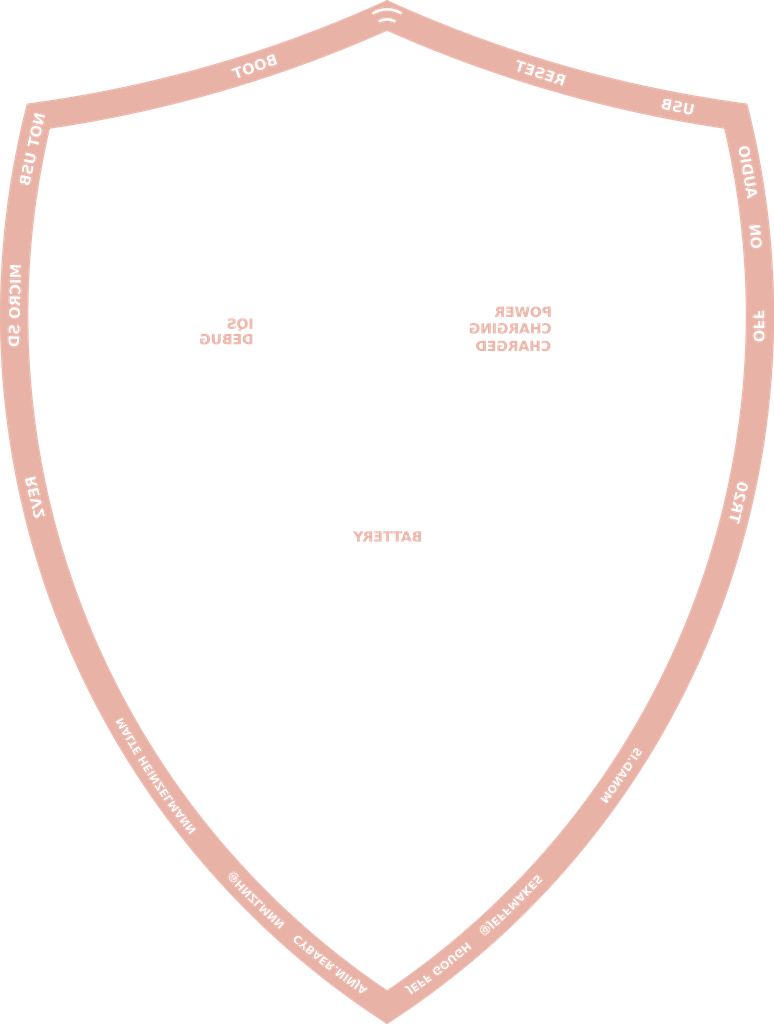
<source format=kicad_pcb>
(kicad_pcb (version 4) (host pcbnew 4.0.7)
  (layers (0 F.Cu signal) (31 B.Cu signal) (34 B.Paste user) (35 F.Paste user) (36 B.SilkS user) (37 F.SilkS user) (38 B.Mask user) (39 F.Mask user) (44 Edge.Cuts user))
  (net 0 "")
  (module LOGO (layer F.Cu) (at 0 0)
    (fp_text reference "G***" hide)
    (fp_text value "LOGO" hide)
  )
  (module LOGO (layer F.Cu) (at 0 0)
    (fp_text reference "G***" hide)
    (fp_text value "LOGO" hide)
  )
)
</source>
